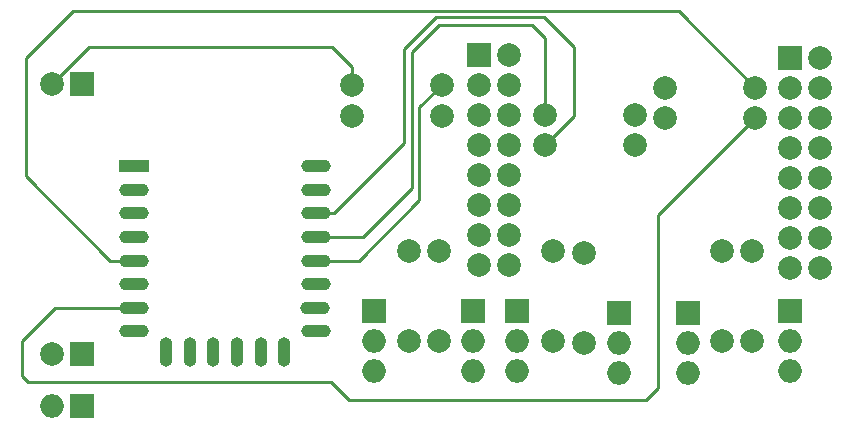
<source format=gbr>
G04 #@! TF.GenerationSoftware,KiCad,Pcbnew,(5.1.6)-1*
G04 #@! TF.CreationDate,2020-12-09T17:58:41+01:00*
G04 #@! TF.ProjectId,Rolety jadalnia x3,526f6c65-7479-4206-9a61-64616c6e6961,rev?*
G04 #@! TF.SameCoordinates,Original*
G04 #@! TF.FileFunction,Copper,L2,Bot*
G04 #@! TF.FilePolarity,Positive*
%FSLAX46Y46*%
G04 Gerber Fmt 4.6, Leading zero omitted, Abs format (unit mm)*
G04 Created by KiCad (PCBNEW (5.1.6)-1) date 2020-12-09 17:58:41*
%MOMM*%
%LPD*%
G01*
G04 APERTURE LIST*
G04 #@! TA.AperFunction,ComponentPad*
%ADD10O,2.000000X2.000000*%
G04 #@! TD*
G04 #@! TA.AperFunction,ComponentPad*
%ADD11R,2.000000X2.000000*%
G04 #@! TD*
G04 #@! TA.AperFunction,ComponentPad*
%ADD12C,2.000000*%
G04 #@! TD*
G04 #@! TA.AperFunction,ComponentPad*
%ADD13O,1.100000X2.500000*%
G04 #@! TD*
G04 #@! TA.AperFunction,ComponentPad*
%ADD14O,2.500000X1.100000*%
G04 #@! TD*
G04 #@! TA.AperFunction,ComponentPad*
%ADD15R,2.500000X1.100000*%
G04 #@! TD*
G04 #@! TA.AperFunction,Conductor*
%ADD16C,0.250000*%
G04 #@! TD*
G04 APERTURE END LIST*
D10*
X36576000Y-53340000D03*
D11*
X39116000Y-53340000D03*
X39163001Y-26082001D03*
D12*
X36623001Y-26082001D03*
X36623001Y-48942001D03*
D11*
X39163001Y-48942001D03*
X99060000Y-23876000D03*
D12*
X101600000Y-23876000D03*
X101600000Y-26416000D03*
X99060000Y-26416000D03*
X101600000Y-28956000D03*
X99060000Y-28956000D03*
X101600000Y-31496000D03*
X99060000Y-31496000D03*
X101600000Y-34036000D03*
X99060000Y-34036000D03*
X101600000Y-36576000D03*
X99060000Y-36576000D03*
X101600000Y-39116000D03*
X99060000Y-39116000D03*
X101600000Y-41656000D03*
X99060000Y-41656000D03*
D11*
X72771000Y-23622000D03*
D12*
X75311000Y-23622000D03*
X75311000Y-26162000D03*
X72771000Y-26162000D03*
X75311000Y-28702000D03*
X72771000Y-28702000D03*
X75311000Y-31242000D03*
X72771000Y-31242000D03*
X75311000Y-33782000D03*
X72771000Y-33782000D03*
X75311000Y-36322000D03*
X72771000Y-36322000D03*
X75311000Y-38862000D03*
X72771000Y-38862000D03*
X75311000Y-41402000D03*
X72771000Y-41402000D03*
D10*
X99060000Y-50419000D03*
X99060000Y-47879000D03*
D11*
X99060000Y-45339000D03*
D10*
X90424000Y-50546000D03*
X90424000Y-48006000D03*
D11*
X90424000Y-45466000D03*
D10*
X75946000Y-50419000D03*
X75946000Y-47879000D03*
D11*
X75946000Y-45339000D03*
D10*
X84582000Y-50546000D03*
X84582000Y-48006000D03*
D11*
X84582000Y-45466000D03*
D10*
X72263000Y-50419000D03*
X72263000Y-47879000D03*
D11*
X72263000Y-45339000D03*
D10*
X63881000Y-50419000D03*
X63881000Y-47879000D03*
D11*
X63881000Y-45339000D03*
D13*
X56263001Y-48732001D03*
X54263001Y-48732001D03*
X52263001Y-48732001D03*
X50263001Y-48732001D03*
X48263001Y-48732001D03*
X46263001Y-48732001D03*
D14*
X58973001Y-33032001D03*
X58973001Y-35032001D03*
X58973001Y-37032001D03*
X58973001Y-39032001D03*
X58973001Y-41032001D03*
X58973001Y-43032001D03*
X58873001Y-45032001D03*
X58973001Y-47032001D03*
X43573001Y-47032001D03*
X43573001Y-45032001D03*
X43573001Y-43032001D03*
X43573001Y-41032001D03*
X43573001Y-39032001D03*
X43573001Y-37032001D03*
X43573001Y-35032001D03*
D15*
X43573001Y-33032001D03*
D12*
X95885000Y-40259000D03*
X95885000Y-47879000D03*
X93345000Y-47879000D03*
X93345000Y-40259000D03*
X78994000Y-40259000D03*
X78994000Y-47879000D03*
X81661000Y-48006000D03*
X81661000Y-40386000D03*
X69342000Y-40259000D03*
X69342000Y-47879000D03*
X66802000Y-47879000D03*
X66802000Y-40259000D03*
X61976000Y-26162000D03*
X69596000Y-26162000D03*
X85979000Y-28702000D03*
X78359000Y-28702000D03*
X78359000Y-31242000D03*
X85979000Y-31242000D03*
X61976000Y-28829000D03*
X69596000Y-28829000D03*
X96139000Y-28956000D03*
X88519000Y-28956000D03*
X88519000Y-26416000D03*
X96139000Y-26416000D03*
D16*
X61722000Y-52832000D02*
X86868000Y-52832000D01*
X60198000Y-51308000D02*
X61722000Y-52832000D01*
X87884000Y-37211000D02*
X96139000Y-28956000D01*
X34544000Y-51308000D02*
X60198000Y-51308000D01*
X34036000Y-50800000D02*
X34544000Y-51308000D01*
X34036000Y-47879000D02*
X34036000Y-50800000D01*
X86868000Y-52832000D02*
X87884000Y-51816000D01*
X36882999Y-45032001D02*
X34036000Y-47879000D01*
X87884000Y-51816000D02*
X87884000Y-37211000D01*
X44273001Y-45032001D02*
X36882999Y-45032001D01*
X41540001Y-41032001D02*
X44273001Y-41032001D01*
X34417000Y-33909000D02*
X41540001Y-41032001D01*
X34417000Y-23876000D02*
X34417000Y-33909000D01*
X38354000Y-19939000D02*
X34417000Y-23876000D01*
X89662000Y-19939000D02*
X38354000Y-19939000D01*
X96139000Y-26416000D02*
X89662000Y-19939000D01*
X61976000Y-26162000D02*
X61976000Y-24638000D01*
X61976000Y-24638000D02*
X60325000Y-22987000D01*
X39718002Y-22987000D02*
X36623001Y-26082001D01*
X60325000Y-22987000D02*
X39718002Y-22987000D01*
X69596000Y-26162000D02*
X67691000Y-28067000D01*
X67691000Y-28067000D02*
X67691000Y-35941000D01*
X62599999Y-41032001D02*
X58273001Y-41032001D01*
X67691000Y-35941000D02*
X62599999Y-41032001D01*
X58273001Y-39032001D02*
X62948999Y-39032001D01*
X62948999Y-39032001D02*
X67056000Y-34925000D01*
X67056000Y-34925000D02*
X67056000Y-23368000D01*
X67056000Y-23368000D02*
X69342000Y-21082000D01*
X69342000Y-21082000D02*
X77216000Y-21082000D01*
X78359000Y-22225000D02*
X78359000Y-28702000D01*
X77216000Y-21082000D02*
X78359000Y-22225000D01*
X58273001Y-37032001D02*
X60503999Y-37032001D01*
X60503999Y-37032001D02*
X66421000Y-31115000D01*
X66421000Y-31115000D02*
X66421000Y-23114000D01*
X66421000Y-23114000D02*
X69088000Y-20447000D01*
X69088000Y-20447000D02*
X78232000Y-20447000D01*
X78232000Y-20447000D02*
X80772000Y-22987000D01*
X80772000Y-28829000D02*
X78359000Y-31242000D01*
X80772000Y-22987000D02*
X80772000Y-28829000D01*
M02*

</source>
